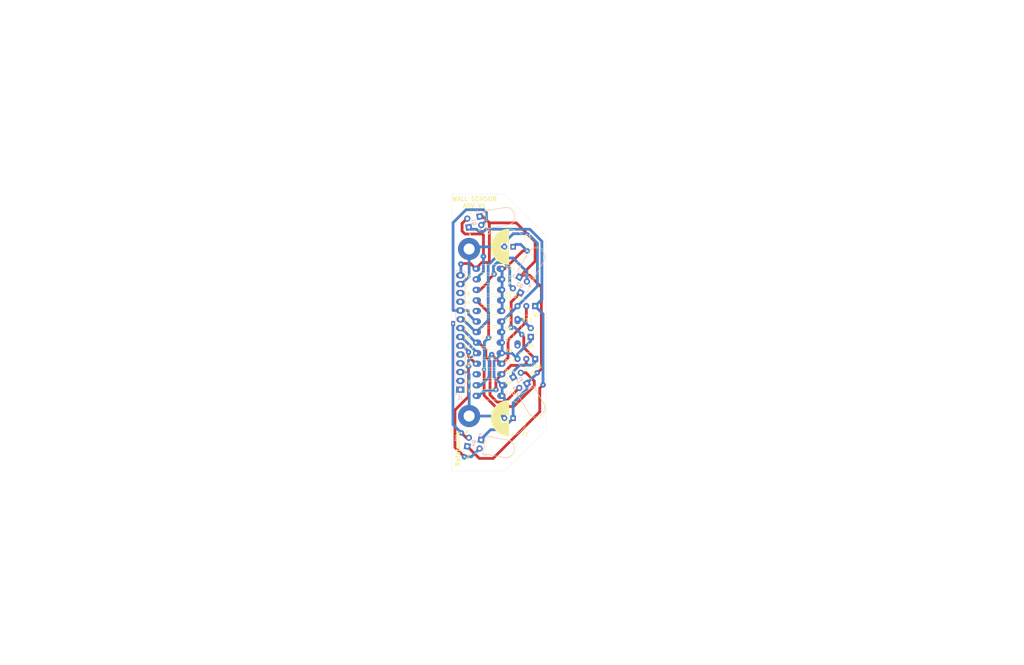
<source format=kicad_pcb>
(kicad_pcb (version 20241229) (generator "pcbnew") (generator_version "9.0")
  (layers (0 "F.Cu" signal) (2 "B.Cu" signal) (13 "F.Paste" user) (15 "B.Paste" user) (5 "F.SilkS" user "F.Silkscreen") (7 "B.SilkS" user "B.Silkscreen") (1 "F.Mask" user) (3 "B.Mask" user) (25 "Edge.Cuts" user))
  (net 0 "")
  (net 1 "/FWD_COMMON")
  (net 2 "Net-(D1-A)")
  (net 3 "GND")
  (net 4 "Net-(D2-A)")
  (net 5 "Net-(D3-A)")
  (net 6 "Net-(D4-A)")
  (net 7 "Net-(D5-A)")
  (net 10 "V_LED")
  (net 11 "A3_LF")
  (net 12 "A2_LD")
  (net 13 "A1_RD")
  (net 14 "A0_RF")
  (net 15 "D6_LED")
  (net 16 "D11_FRONT")
  (net 17 "D12_DIAGONAL")
  (net 18 "5V")
  (net 21 "Net-(Q5-B)")
  (net 22 "/DIA_COMMON")
  (net 23 "Net-(Q6-B)")
  (footprint "MountingHole:MountingHole_3.2mm_M3_Pad" (layer "F.Cu") (at 144.37 129.13)
    (property "Reference" "H2" (hide yes))
    (property "Value" "3.2mm")
    (pad "1" thru_hole circle (at 0 0) (size 6.4 6.4) (drill 3.2) (layers "*.Cu" "*.Mask") (net 3 "GND"))
  )
  (footprint "ukmarsbot:LED_D5.0mm_Horizontal_O6.35mm_Z3.0mm" (layer "F.Cu") (at 159.2 93.5 150)
    (property "Reference" "D2" (at 0.38923 -1.725833 150) (layer "F.SilkS"))
    (property "Value" "SFH4545")
    (fp_text user "k" (at -1.691858 1.669615 330) (layer "F.SilkS"))
    (fp_text user "a" (at 4.134679 0.961474 330) (layer "F.SilkS"))
    (pad "1" thru_hole rect (at 0 0 150) (size 1.8 1.8) (drill 0.9) (layers "*.Cu" "*.Mask") (net 22 "/DIA_COMMON"))
    (pad "2" thru_hole circle (at 2.54 0 150) (size 1.8 1.8) (drill 0.9) (layers "*.Cu" "*.Mask") (net 4 "Net-(D2-A)"))
  )
  (footprint "ukmarsbot:LED_D5.0mm_Horizontal_O6.35mm_Z3.0mm" (layer "F.Cu") (at 144.277127 74.6 100)
    (property "Reference" "D1" (at -2.496749 5.844102 190) (layer "F.SilkS"))
    (property "Value" "SFH4545")
    (fp_text user "k" (at -1.984163 0.01163 10) (layer "F.SilkS"))
    (fp_text user "a" (at 4.270951 1.105308 10) (layer "F.SilkS"))
    (pad "1" thru_hole rect (at 0 0 100) (size 1.8 1.8) (drill 0.9) (layers "*.Cu" "*.Mask") (net 1 "/FWD_COMMON"))
    (pad "2" thru_hole circle (at 2.54 0 100) (size 1.8 1.8) (drill 0.9) (layers "*.Cu" "*.Mask") (net 2 "Net-(D1-A)"))
  )
  (footprint "LED_THT:LED_D3.0mm" (layer "F.Cu") (at 162.15 106.275 90)
    (property "Reference" "D5" (at -2.535 0 0) (layer "F.SilkS"))
    (property "Value" "LED")
    (pad "1" thru_hole rect (at 0 0 90) (size 1.8 1.8) (drill 0.9) (layers "*.Cu" "*.Mask") (net 3 "GND"))
    (pad "2" thru_hole circle (at 2.54 0 90) (size 1.8 1.8) (drill 0.9) (layers "*.Cu" "*.Mask") (net 7 "Net-(D5-A)"))
  )
  (footprint "ukmarsbot:R_Axial_DIN0207_L6.3mm_D2.5mm_P7.62mm_BIGPAD" (layer "F.Cu") (at 146.275 92.681)
    (property "Reference" "R2" (at 9.425 1.019 0) (layer "F.SilkS"))
    (property "Value" "10R")
    (pad "1" thru_hole oval (at 0 0) (size 2.4 1.8) (drill 0.8 (offset 0.3 0)) (layers "*.Cu" "*.Mask") (net 4 "Net-(D2-A)"))
    (pad "2" thru_hole oval (at 7.62 0) (size 2.4 1.8) (drill 0.8 (offset -0.3 0)) (layers "*.Cu" "*.Mask") (net 10 "V_LED"))
  )
  (footprint "ukmarsbot:TO-92_Inline_Wide_HandSolder" (layer "F.Cu") (at 163.42 112.62 180)
    (property "Reference" "Q6" (at -0.88 -2.18 180) (layer "F.SilkS"))
    (property "Value" "BC337")
    (pad "1" thru_hole rect (at 0 0 180) (size 1.8 1.8) (drill 0.8) (layers "*.Cu" "*.Mask") (net 22 "/DIA_COMMON"))
    (pad "2" thru_hole circle (at 2.54 0 180) (size 1.8 1.8) (drill 0.8) (layers "*.Cu" "*.Mask") (net 23 "Net-(Q6-B)"))
    (pad "3" thru_hole circle (at 5.08 0 180) (size 1.8 1.8) (drill 0.8) (layers "*.Cu" "*.Mask") (net 3 "GND"))
  )
  (footprint "Capacitor_THT:CP_Radial_D10.0mm_P2.50mm" (layer "F.Cu") (at 157.07 80.235 180)
    (property "Reference" "C1" (at -4.318 3.048 180) (layer "F.SilkS"))
    (property "Value" "330uF, 16V")
    (pad "1" thru_hole rect (at 0 0 180) (size 1.6 1.6) (drill 0.8) (layers "*.Cu" "*.Mask") (net 10 "V_LED"))
    (pad "2" thru_hole circle (at 2.5 0 180) (size 1.6 1.6) (drill 0.8) (layers "*.Cu" "*.Mask") (net 3 "GND"))
  )
  (footprint "ukmarsbot:LED_D5.0mm_Horizontal_O6.35mm_Z3.0mm" (layer "F.Cu") (at 157.1 117.9 30)
    (property "Reference" "D3" (at 5.294369 1.945884 210) (layer "F.SilkS"))
    (property "Value" "SFH4545")
    (fp_text user "a" (at 4.131089 -0.155256 30) (layer "F.SilkS"))
    (fp_text user "k" (at -1.485641 -0.626795 30) (layer "F.SilkS"))
    (pad "1" thru_hole rect (at 0 0 30) (size 1.8 1.8) (drill 0.9) (layers "*.Cu" "*.Mask") (net 22 "/DIA_COMMON"))
    (pad "2" thru_hole circle (at 2.54 0 30) (size 1.8 1.8) (drill 0.9) (layers "*.Cu" "*.Mask") (net 5 "Net-(D3-A)"))
  )
  (footprint "ukmarsbot:R_Axial_DIN0207_L6.3mm_D2.5mm_P7.62mm_BIGPAD" (layer "F.Cu") (at 146.275 89.633)
    (property "Reference" "R1" (at 9.425 -0.633 0) (layer "F.SilkS"))
    (property "Value" "10R")
    (pad "1" thru_hole oval (at 0 0) (size 2.4 1.8) (drill 0.8 (offset 0.3 0)) (layers "*.Cu" "*.Mask") (net 2 "Net-(D1-A)"))
    (pad "2" thru_hole oval (at 7.62 0) (size 2.4 1.8) (drill 0.8 (offset -0.3 0)) (layers "*.Cu" "*.Mask") (net 10 "V_LED"))
  )
  (footprint "ukmarsbot:LED_D5.0mm_Horizontal_O6.35mm_Z3.0mm" (layer "F.Cu") (at 143.834325 137.9 80)
    (property "Reference" "D4" (at -2.820817 0.783407 80) (layer "F.SilkS"))
    (property "Value" "SFH4545")
    (fp_text user "k" (at -1.796492 -0.720996 350) (layer "F.SilkS"))
    (fp_text user "a" (at 4.383322 -0.778991 350) (layer "F.SilkS"))
    (pad "1" thru_hole rect (at 0 0 80) (size 1.8 1.8) (drill 0.9) (layers "*.Cu" "*.Mask") (net 1 "/FWD_COMMON"))
    (pad "2" thru_hole circle (at 2.54 0 80) (size 1.8 1.8) (drill 0.9) (layers "*.Cu" "*.Mask") (net 6 "Net-(D4-A)"))
  )
  (footprint "ukmarsbot:R_Axial_DIN0207_L6.3mm_D2.5mm_P7.62mm_BIGPAD" (layer "F.Cu") (at 146.285 95.729)
    (property "Reference" "R3" (at 9.415 -0.629 0) (layer "F.SilkS"))
    (property "Value" "10R")
    (pad "1" thru_hole oval (at 0 0) (size 2.4 1.8) (drill 0.8 (offset 0.3 0)) (layers "*.Cu" "*.Mask") (net 5 "Net-(D3-A)"))
    (pad "2" thru_hole oval (at 7.62 0) (size 2.4 1.8) (drill 0.8 (offset -0.3 0)) (layers "*.Cu" "*.Mask") (net 10 "V_LED"))
  )
  (footprint "ukmarsbot:R_Axial_DIN0207_L6.3mm_D2.5mm_P7.62mm_BIGPAD" (layer "F.Cu") (at 146.275 107.921)
    (property "Reference" "R7" (at 9.425 -0.621 0) (layer "F.SilkS"))
    (property "Value" "1k8")
    (pad "1" thru_hole oval (at 0 0) (size 2.4 1.8) (drill 0.7 (offset 0.4 0)) (layers "*.Cu" "*.Mask") (net 13 "A1_RD"))
    (pad "2" thru_hole oval (at 7.62 0) (size 2.4 1.8) (drill 0.8 (offset -0.4 0)) (layers "*.Cu" "*.Mask") (net 3 "GND"))
  )
  (footprint "ukmarsbot:R_Axial_DIN0207_L6.3mm_D2.5mm_P7.62mm_BIGPAD" (layer "F.Cu") (at 146.275 101.825)
    (property "Reference" "R5" (at 9.325 -0.625 0) (layer "F.SilkS"))
    (property "Value" "1k8")
    (pad "1" thru_hole oval (at 0 0) (size 2.4 1.8) (drill 0.8 (offset 0.3 0)) (layers "*.Cu" "*.Mask") (net 11 "A3_LF"))
    (pad "2" thru_hole oval (at 7.62 0) (size 2.4 1.8) (drill 0.8 (offset -0.3 0)) (layers "*.Cu" "*.Mask") (net 3 "GND"))
  )
  (footprint "ukmarsbot:R_Axial_DIN0207_L6.3mm_D2.5mm_P7.62mm_BIGPAD" (layer "F.Cu") (at 146.275 110.969)
    (property "Reference" "R8" (at 9.525 -0.669 0) (layer "F.SilkS"))
    (property "Value" "1k8")
    (pad "1" thru_hole oval (at 0 0) (size 2.4 1.8) (drill 0.8 (offset 0.4 0)) (layers "*.Cu" "*.Mask") (net 14 "A0_RF"))
    (pad "2" thru_hole oval (at 7.62 0) (size 2.4 1.8) (drill 0.8 (offset -0.4 0)) (layers "*.Cu" "*.Mask") (net 3 "GND"))
  )
  (footprint "ukmarsbot:R_Axial_DIN0207_L6.3mm_D2.5mm_P7.62mm_BIGPAD" (layer "F.Cu") (at 146.275 123.288)
    (property "Reference" "R10" (at 9.925 -0.688 0) (layer "F.SilkS"))
    (property "Value" "100k")
    (pad "1" thru_hole oval (at 0 0) (size 2.4 1.8) (drill 0.8 (offset 0.3 0)) (layers "*.Cu" "*.Mask") (net 23 "Net-(Q6-B)"))
    (pad "2" thru_hole oval (at 7.62 0) (size 2.4 1.8) (drill 0.8 (offset -0.2 0)) (layers "*.Cu" "*.Mask") (net 3 "GND"))
  )
  (footprint "ukmarsbot:R_Axial_DIN0207_L6.3mm_D2.5mm_P7.62mm_BIGPAD" (layer "F.Cu") (at 146.275 104.873)
    (property "Reference" "R6" (at 9.325 -0.973 0) (layer "F.SilkS"))
    (property "Value" "1k8")
    (pad "1" thru_hole oval (at 0 0) (size 2.4 1.8) (drill 0.8 (offset 0.3 0)) (layers "*.Cu" "*.Mask") (net 12 "A2_LD"))
    (pad "2" thru_hole oval (at 7.62 0) (size 2.4 1.8) (drill 0.8 (offset -0.3 0)) (layers "*.Cu" "*.Mask") (net 3 "GND"))
  )
  (footprint "ukmarsbot:TO-92_Inline_Wide_HandSolder" (layer "F.Cu") (at 163.42 97.38 180)
    (property "Reference" "Q5" (at -0.28 -2.52 180) (layer "F.SilkS"))
    (property "Value" "BC337")
    (pad "1" thru_hole rect (at 0 0 180) (size 1.8 1.8) (drill 0.8) (layers "*.Cu" "*.Mask") (net 1 "/FWD_COMMON"))
    (pad "2" thru_hole circle (at 2.54 0 180) (size 1.8 1.8) (drill 0.8) (layers "*.Cu" "*.Mask") (net 21 "Net-(Q5-B)"))
    (pad "3" thru_hole circle (at 5.08 0 180) (size 1.8 1.8) (drill 0.8) (layers "*.Cu" "*.Mask") (net 3 "GND"))
  )
  (footprint "MountingHole:MountingHole_3.2mm_M3_Pad" (layer "F.Cu") (at 144.37 80.87)
    (property "Reference" "H1" (hide yes))
    (property "Value" "3.2mm")
    (pad "1" thru_hole circle (at 0 0) (size 6.4 6.4) (drill 3.2) (layers "*.Cu" "*.Mask") (net 3 "GND"))
  )
  (footprint "ukmarsbot:R_Axial_DIN0207_L6.3mm_D2.5mm_P7.62mm_BIGPAD" (layer "F.Cu") (at 153.885 86.585 180)
    (property "Reference" "R11" (at -2.415 0.285 180) (layer "F.SilkS"))
    (property "Value" "33")
    (pad "1" thru_hole oval (at 0 0 180) (size 2.4 1.8) (drill 0.8 (offset 0.4 0)) (layers "*.Cu" "*.Mask") (net 10 "V_LED"))
    (pad "2" thru_hole oval (at 7.62 0 180) (size 2.2 1.8) (drill 0.8 (offset -0.2 0)) (layers "*.Cu" "*.Mask") (net 18 "5V"))
  )
  (footprint "ukmarsbot:R_Axial_DIN0207_L6.3mm_D2.5mm_P7.62mm_BIGPAD" (layer "F.Cu") (at 146.275 98.777)
    (property "Reference" "R4" (at 9.425 -0.677 0) (layer "F.SilkS"))
    (property "Value" "10R")
    (pad "1" thru_hole oval (at 0 0) (size 2.4 1.8) (drill 0.8 (offset 0.3 0)) (layers "*.Cu" "*.Mask") (net 6 "Net-(D4-A)"))
    (pad "2" thru_hole oval (at 7.62 0) (size 2.4 1.8) (drill 0.8 (offset -0.3 0)) (layers "*.Cu" "*.Mask") (net 10 "V_LED"))
  )
  (footprint "ukmarsbot:R_Axial_DIN0207_L6.3mm_D2.5mm_P7.62mm_BIGPAD" (layer "F.Cu") (at 158.34 101.2 -90)
    (property "Reference" "R12" (at 0.2 -2.76 0) (layer "F.SilkS"))
    (property "Value" "1k0")
    (pad "1" thru_hole oval (at 0 0 270) (size 2.4 1.8) (drill 0.8 (offset 0.2 0)) (layers "*.Cu" "*.Mask") (net 7 "Net-(D5-A)"))
    (pad "2" thru_hole oval (at 7.62 0 270) (size 2.4 1.8) (drill 0.8 (offset -0.4 0)) (layers "*.Cu" "*.Mask") (net 15 "D6_LED"))
  )
  (footprint "ukmarsbot:R_Axial_DIN0207_L6.3mm_D2.5mm_P7.62mm_BIGPAD" (layer "F.Cu") (at 146.275 120.24)
    (property "Reference" "R9" (at 9.425 -0.64 0) (layer "F.SilkS"))
    (property "Value" "100k")
    (pad "1" thru_hole oval (at 0 0) (size 2.4 1.8) (drill 0.8 (offset 0.3 0)) (layers "*.Cu" "*.Mask") (net 21 "Net-(Q5-B)"))
    (pad "2" thru_hole oval (at 7.62 0) (size 2.4 1.8) (drill 0.8 (offset 0.3 0)) (layers "*.Cu" "*.Mask") (net 3 "GND"))
  )
  (footprint "ukmarsbot:R_Axial_DIN0207_L6.3mm_D2.5mm_P7.62mm_BIGPAD" (layer "F.Cu") (at 146.275 114.017)
    (property "Reference" "R13" (at 9.825 -0.617 0) (layer "F.SilkS"))
    (property "Value" "390R")
    (pad "1" thru_hole oval (at 0 0) (size 2.4 1.8) (drill 0.8 (offset 0.35 0)) (layers "*.Cu" "*.Mask") (net 16 "D11_FRONT"))
    (pad "2" thru_hole oval (at 7.62 0) (size 2.4 1.8) (drill 0.8 (offset -0.25 0)) (layers "*.Cu" "*.Mask") (net 21 "Net-(Q5-B)"))
  )
  (footprint "ukmarsbot:R_Axial_DIN0207_L6.3mm_D2.5mm_P7.62mm_BIGPAD" (layer "F.Cu") (at 146.275 117.065)
    (property "Reference" "R14" (at 9.825 -0.865 0) (layer "F.SilkS"))
    (property "Value" "390R")
    (pad "1" thru_hole oval (at 0 0) (size 2.4 1.8) (drill 0.8 (offset 0.3 0)) (layers "*.Cu" "*.Mask") (net 17 "D12_DIAGONAL"))
    (pad "2" thru_hole oval (at 7.62 0) (size 2.4 1.8) (drill 0.8 (offset -0.25 0)) (layers "*.Cu" "*.Mask") (net 23 "Net-(Q6-B)"))
  )
  (footprint "ukmarsbot:mainboard_with_maze" (layer "F.Cu") (at 105 105)
    (property "Reference" "REF**" (hide yes))
    (property "Value" "UKMARSBOT")
  )
  (footprint "Capacitor_THT:CP_Radial_D10.0mm_P2.50mm" (layer "F.Cu") (at 157.07 129.765 180)
    (property "Reference" "C2" (at -3.429 -4.699 180) (layer "F.SilkS"))
    (property "Value" "330uF, 16V")
    (pad "1" thru_hole rect (at 0 0 180) (size 1.6 1.6) (drill 0.8) (layers "*.Cu" "*.Mask") (net 18 "5V"))
    (pad "2" thru_hole circle (at 2.5 0 180) (size 1.6 1.6) (drill 0.8) (layers "*.Cu" "*.Mask") (net 3 "GND"))
  )
  (footprint "ukmarsbot:LED_D5.0mm_Horizontal_O1.27mm_Z3.0mm_IRGrey" (layer "B.Cu") (at 147.825391 136.026588 -100)
    (property "Reference" "Q4" (at 1.27 1.96 80) (layer "B.SilkS") (effects (justify mirror)))
    (property "Value" "TEFT4300")
    (fp_text user "c" (at -1.500002 0.6 80) (layer "B.SilkS") (effects (justify mirror)))
    (fp_text user "e" (at 3.9 0.7 80) (layer "B.SilkS") (effects (justify mirror)))
    (pad "1" thru_hole rect (at 0 0 260) (size 1.8 1.8) (drill 0.9) (layers "*.Cu" "*.Mask") (net 18 "5V"))
    (pad "2" thru_hole circle (at 2.54 0 260) (size 1.8 1.8) (drill 0.9) (layers "*.Cu" "*.Mask") (net 14 "A0_RF"))
  )
  (footprint "ukmarsbot:LED_D5.0mm_Horizontal_O1.27mm_Z3.0mm_IRGrey" (layer "B.Cu") (at 158.848 88.998 -30)
    (property "Reference" "Q2" (at 1.27 1.96 150) (layer "B.SilkS") (effects (justify mirror)))
    (property "Value" "TEFT4300")
    (fp_text user "c" (at -1.5 0.6 150) (layer "B.SilkS") (effects (justify mirror)))
    (fp_text user "e" (at 3.9 0.7 150) (layer "B.SilkS") (effects (justify mirror)))
    (pad "1" thru_hole rect (at 0 0 330) (size 1.8 1.8) (drill 0.9) (layers "*.Cu" "*.Mask") (net 18 "5V"))
    (pad "2" thru_hole circle (at 2.54 0 330) (size 1.8 1.8) (drill 0.9) (layers "*.Cu" "*.Mask") (net 12 "A2_LD"))
  )
  (footprint "ukmarsbot:LED_D5.0mm_Horizontal_O1.27mm_Z3.0mm_IRGrey" (layer "B.Cu") (at 147.427127 71.472 -80)
    (property "Reference" "Q1" (at 1.27 1.96 100) (layer "B.SilkS") (effects (justify mirror)))
    (property "Value" "TEFT4300")
    (fp_text user "e" (at 3.9 0.7 100) (layer "B.SilkS") (effects (justify mirror)))
    (fp_text user "c" (at -1.5 0.6 100) (layer "B.SilkS") (effects (justify mirror)))
    (pad "1" thru_hole rect (at 0 0 280) (size 1.8 1.8) (drill 0.9) (layers "*.Cu" "*.Mask") (net 18 "5V"))
    (pad "2" thru_hole circle (at 2.54 0 280) (size 1.8 1.8) (drill 0.9) (layers "*.Cu" "*.Mask") (net 11 "A3_LF"))
  )
  (footprint "ukmarsbot:LED_D5.0mm_Horizontal_O1.27mm_Z3.0mm_IRGrey" (layer "B.Cu") (at 161.047705 119.732 -150)
    (property "Reference" "Q3" (at 1.27 1.96 30) (layer "B.SilkS") (effects (justify mirror)))
    (property "Value" "TEFT4300")
    (fp_text user "c" (at -1.5 0.6 30) (layer "B.SilkS") (effects (justify mirror)))
    (fp_text user "e" (at 3.9 0.7 30) (layer "B.SilkS") (effects (justify mirror)))
    (pad "1" thru_hole rect (at 0 0 210) (size 1.8 1.8) (drill 0.9) (layers "*.Cu" "*.Mask") (net 18 "5V"))
    (pad "2" thru_hole circle (at 2.54 0 210) (size 1.8 1.8) (drill 0.9) (layers "*.Cu" "*.Mask") (net 13 "A1_RD"))
  )
  (footprint "ukmarsbot:PinHeader_1x14_P2.54mm_Vertical_Longpads" (layer "B.Cu") (at 141.83 121.51)
    (property "Reference" "J1" (at 0 2.33 180) (layer "B.SilkS") (effects (justify mirror)))
    (property "Value" "Conn_01x14")
    (pad "1" thru_hole rect (at 0 0) (size 2.4 1.8) (drill 1) (layers "*.Cu" "*.Mask"))
    (pad "2" thru_hole oval (at 0 -2.54) (size 2.4 1.8) (drill 1) (layers "*.Cu" "*.Mask"))
    (pad "3" thru_hole oval (at 0 -5.08) (size 2.4 1.8) (drill 1) (layers "*.Cu" "*.Mask") (net 3 "GND"))
    (pad "4" thru_hole oval (at 0 -7.62) (size 2.4 1.8) (drill 1) (layers "*.Cu" "*.Mask") (net 15 "D6_LED"))
    (pad "5" thru_hole oval (at 0 -10.16) (size 2.4 1.8) (drill 1) (layers "*.Cu" "*.Mask") (net 17 "D12_DIAGONAL"))
    (pad "6" thru_hole oval (at 0 -12.7) (size 2.4 1.8) (drill 1) (layers "*.Cu" "*.Mask") (net 16 "D11_FRONT"))
    (pad "7" thru_hole oval (at 0 -15.24) (size 2.4 1.8) (drill 1) (layers "*.Cu" "*.Mask") (net 14 "A0_RF"))
    (pad "8" thru_hole oval (at 0 -17.78) (size 2.4 1.8) (drill 1) (layers "*.Cu" "*.Mask") (net 13 "A1_RD"))
    (pad "9" thru_hole oval (at 0 -20.32) (size 2.4 1.8) (drill 1 (offset 0.1 0)) (layers "*.Cu" "*.Mask") (net 12 "A2_LD"))
    (pad "10" thru_hole oval (at 0 -22.86) (size 2.4 1.8) (drill 1) (layers "*.Cu" "*.Mask") (net 11 "A3_LF"))
    (pad "11" thru_hole oval (at 0 -25.4) (size 2.4 1.8) (drill 1) (layers "*.Cu" "*.Mask"))
    (pad "12" thru_hole oval (at 0 -27.94) (size 2.4 1.8) (drill 1) (layers "*.Cu" "*.Mask"))
    (pad "13" thru_hole oval (at 0 -30.48) (size 2.4 1.8) (drill 1) (layers "*.Cu" "*.Mask") (net 3 "GND"))
    (pad "14" thru_hole oval (at 0 -33.02) (size 2.4 1.8) (drill 1) (layers "*.Cu" "*.Mask") (net 18 "5V"))
  )
  (gr_rect (start 139.29 101.79) (end 140.17 103.07) (stroke (width 0.2)) (fill yes) (layer "F.Cu") (net 6))
  (gr_rect (start 139.31 101.8) (end 140.16 103.05) (stroke (width 0.2)) (fill yes) (layer "B.Cu") (net 6))
  (gr_line (start 139.29 145.005) (end 139.29 64.995) (stroke (width 0.05)) (layer "Edge.Cuts"))
  (gr_line (start 166.595 132.305) (end 166.595 132.94) (stroke (width 0.05)) (layer "Edge.Cuts"))
  (gr_line (start 166.595 132.94) (end 154.53 145.005) (stroke (width 0.05)) (layer "Edge.Cuts"))
  (gr_line (start 154.53 145.005) (end 139.29 145.005) (stroke (width 0.05)) (layer "Edge.Cuts"))
  (gr_line (start 166.595 77.06) (end 166.595 132.305) (stroke (width 0.05)) (layer "Edge.Cuts"))
  (gr_line (start 154.53 64.995) (end 166.595 77.06) (stroke (width 0.05)) (layer "Edge.Cuts"))
  (gr_line (start 139.29 64.995) (end 154.53 64.995) (stroke (width 0.05)) (layer "Edge.Cuts"))
  (gr_text "G" (at 142.846 91.284 0) (layer "F.SilkS") (effects (font (size 1 1)) (justify left)))
  (gr_text "5V" (at 142.846 88.744 0) (layer "F.SilkS") (effects (font (size 1 1)) (justify left)))
  (gr_text "3V" (at 142.846 121.764 0) (layer "F.SilkS") (effects (font (size 1 1)) (justify left)))
  (gr_text "WALL SENSOR\nADV V1" (at 145.894 67.408 0) (layer "F.SilkS") (effects (font (size 1.25 1.25) (thickness 0.254))))
  (gr_text "A1" (at 142.846 103.984 0) (layer "F.SilkS") (effects (font (size 1 1)) (justify left)))
  (gr_text "Ratatouille " (at 141.068 138.02 90) (layer "F.SilkS") (effects (font (size 1.25 1.25) (thickness 0.254))))
  (gr_text "D11" (at 142.846 109.064 0) (layer "F.SilkS") (effects (font (size 1 1)) (justify left)))
  (gr_text "D6" (at 142.846 114.144 0) (layer "F.SilkS") (effects (font (size 1 1)) (justify left)))
  (gr_text "A3" (at 142.846 98.904 0) (layer "F.SilkS") (effects (font (size 1 1)) (justify left)))
  (gr_text "A2" (at 142.846 101.444 0) (layer "F.SilkS") (effects (font (size 1 1)) (justify left)))
  (gr_text "G" (at 142.846 116.684 0) (layer "F.SilkS") (effects (font (size 1 1)) (justify left)))
  (gr_text "5V" (at 142.846 119.224 0) (layer "F.SilkS") (effects (font (size 1 1)) (justify left)))
  (gr_text "A0" (at 142.846 106.524 0) (layer "F.SilkS") (effects (font (size 1 1)) (justify left)))
  (gr_text "A5" (at 142.846 93.824 0) (layer "F.SilkS") (effects (font (size 1 1)) (justify left)))
  (gr_text "A4" (at 142.846 96.364 0) (layer "F.SilkS") (effects (font (size 1 1)) (justify left)))
  (gr_text "D12" (at 142.846 112.112 0) (layer "F.SilkS") (effects (font (size 1 1)) (justify left)))
  (segment (start 164.75 121.09) (end 164.75 127.91) (width 0.8) (layer "F.Cu") (net 1))
  (segment (start 164.75 127.91) (end 151.29 141.37) (width 0.8) (layer "F.Cu") (net 1))
  (segment (start 147.304325 141.37) (end 143.834325 137.9) (width 0.8) (layer "F.Cu") (net 1))
  (segment (start 151.29 141.37) (end 147.304325 141.37) (width 0.8) (layer "F.Cu") (net 1))
  (segment (start 165.71 120.13) (end 164.75 121.09) (width 0.8) (layer "F.Cu") (net 1))
  (via (at 165.71 120.13) (size 1.6) (drill 0.5) (layers "F.Cu" "B.Cu") (net 1))
  (segment (start 146.507782 75.16) (end 147.122194 75.774412) (width 0.8) (layer "B.Cu") (net 1))
  (segment (start 165.694 99.654) (end 163.42 97.38) (width 0.8) (layer "B.Cu") (net 1))
  (segment (start 161.88 75.16) (end 165.37 78.65) (width 0.8) (layer "B.Cu") (net 1))
  (segment (start 165.37 78.65) (end 165.37 95.43) (width 0.8) (layer "B.Cu") (net 1))
  (segment (start 149.228604 75.16) (end 161.88 75.16) (width 0.8) (layer "B.Cu") (net 1))
  (segment (start 144.837127 75.16) (end 146.507782 75.16) (width 0.8) (layer "B.Cu") (net 1))
  (segment (start 165.71 120.13) (end 165.71 118.352) (width 0.8) (layer "B.Cu") (net 1))
  (segment (start 165.694 118.336) (end 165.694 99.654) (width 0.8) (layer "B.Cu") (net 1))
  (segment (start 144.277127 74.6) (end 144.837127 75.16) (width 0.8) (layer "B.Cu") (net 1))
  (segment (start 148.614192 75.774412) (end 149.228604 75.16) (width 0.8) (layer "B.Cu") (net 1))
  (segment (start 147.122194 75.774412) (end 148.614192 75.774412) (width 0.8) (layer "B.Cu") (net 1))
  (segment (start 165.37 95.43) (end 163.42 97.38) (width 0.8) (layer "B.Cu") (net 1))
  (segment (start 165.71 118.352) (end 165.694 118.336) (width 0.8) (layer "B.Cu") (net 1))
  (segment (start 143.836061 72.098588) (end 143.731677 72.098588) (width 0.8) (layer "F.Cu") (net 2))
  (segment (start 148.5 76.866911) (end 148.5 83) (width 0.8) (layer "F.Cu") (net 2))
  (segment (start 142.333517 73.496748) (end 142.333517 75.703252) (width 0.8) (layer "F.Cu") (net 2))
  (segment (start 143.731677 72.098588) (end 142.333517 73.496748) (width 0.8) (layer "F.Cu") (net 2))
  (segment (start 142.333517 75.703252) (end 143.173875 76.54361) (width 0.8) (layer "F.Cu") (net 2))
  (segment (start 148.176699 76.54361) (end 148.5 76.866911) (width 0.8) (layer "F.Cu") (net 2))
  (segment (start 143.173875 76.54361) (end 148.176699 76.54361) (width 0.8) (layer "F.Cu") (net 2))
  (via (at 148.5 83) (size 1.6) (drill 0.5) (layers "F.Cu" "B.Cu") (net 2))
  (segment (start 146.275 89.633) (end 148.5 87.408) (width 0.8) (layer "B.Cu") (net 2))
  (segment (start 148.5 87.408) (end 148.5 83) (width 0.8) (layer "B.Cu") (net 2))
  (segment (start 146.867 89.633) (end 146.275 89.633) (width 0.8) (layer "B.Cu") (net 2))
  (segment (start 164.069 91.644001) (end 164.069 79.188892) (width 0.8) (layer "B.Cu") (net 3))
  (segment (start 153.895 101.825) (end 158.34 97.38) (width 0.8) (layer "B.Cu") (net 3))
  (segment (start 145.005 80.235) (end 144.37 80.87) (width 0.8) (layer "B.Cu") (net 3))
  (segment (start 154.57 123.963) (end 153.895 123.288) (width 0.8) (layer "B.Cu") (net 3))
  (segment (start 142.136999 91.03) (end 141.83 91.03) (width 0.8) (layer "B.Cu") (net 3))
  (segment (start 151.544 113.271001) (end 153.846001 110.969) (width 0.8) (layer "B.Cu") (net 3))
  (segment (start 144.37 129.13) (end 153.935 129.13) (width 0.8) (layer "B.Cu") (net 3))
  (segment (start 158.34 111.266999) (end 162.15 107.456999) (width 0.8) (layer "B.Cu") (net 3))
  (segment (start 144.37 129.13) (end 144.37 116.97) (width 0.8) (layer "B.Cu") (net 3))
  (segment (start 153.895 120.24) (end 153.823001 120.24) (width 0.8) (layer "B.Cu") (net 3))
  (segment (start 153.895 107.921) (end 153.895 104.873) (width 0.8) (layer "B.Cu") (net 3))
  (segment (start 158.34 97.373001) (end 164.069 91.644001) (width 0.8) (layer "B.Cu") (net 3))
  (segment (start 156.689 110.969) (end 158.34 112.62) (width 0.8) (layer "B.Cu") (net 3))
  (segment (start 153.935 129.13) (end 154.57 129.765) (width 0.8) (layer "B.Cu") (net 3))
  (segment (start 154.57 78.991) (end 154.57 80.235) (width 0.8) (layer "B.Cu") (net 3))
  (segment (start 158.34 112.62) (end 158.34 111.266999) (width 0.8) (layer "B.Cu") (net 3))
  (segment (start 161.341108 76.461) (end 157.1 76.461) (width 0.8) (layer "B.Cu") (net 3))
  (segment (start 154.57 80.235) (end 145.005 80.235) (width 0.8) (layer "B.Cu") (net 3))
  (segment (start 153.895 120.24) (end 151.544 117.889) (width 0.8) (layer "B.Cu") (net 3))
  (segment (start 151.544 117.889) (end 151.544 113.271001) (width 0.8) (layer "B.Cu") (net 3))
  (segment (start 144.37 88.796999) (end 142.136999 91.03) (width 0.8) (layer "B.Cu") (net 3))
  (segment (start 162.15 107.456999) (end 162.15 106.275) (width 0.8) (layer "B.Cu") (net 3))
  (segment (start 144.37 116.97) (end 143.83 116.43) (width 0.8) (layer "B.Cu") (net 3))
  (segment (start 157.1 76.461) (end 154.57 78.991) (width 0.8) (layer "B.Cu") (net 3))
  (segment (start 153.895 104.873) (end 153.895 101.825) (width 0.8) (layer "B.Cu") (net 3))
  (segment (start 154.57 129.765) (end 154.57 123.963) (width 0.8) (layer "B.Cu") (net 3))
  (segment (start 144.37 80.87) (end 144.37 88.796999) (width 0.8) (layer "B.Cu") (net 3))
  (segment (start 153.895 110.969) (end 153.895 107.921) (width 0.8) (layer "B.Cu") (net 3))
  (segment (start 153.696001 110.969) (end 153.895 110.969) (width 0.8) (layer "B.Cu") (net 3))
  (segment (start 153.895 110.969) (end 156.689 110.969) (width 0.8) (layer "B.Cu") (net 3))
  (segment (start 153.895 123.288) (end 153.895 120.24) (width 0.8) (layer "B.Cu") (net 3))
  (segment (start 158.34 97.38) (end 158.34 97.373001) (width 0.8) (layer "B.Cu") (net 3))
  (segment (start 164.069 79.188892) (end 161.341108 76.461) (width 0.8) (layer "B.Cu") (net 3))
  (segment (start 143.83 116.43) (end 141.83 116.43) (width 0.8) (layer "B.Cu") (net 3))
  (segment (start 153.846001 110.969) (end 153.895 110.969) (width 0.8) (layer "B.Cu") (net 3))
  (segment (start 147.600001 92.681) (end 146.275 92.681) (width 0.8) (layer "F.Cu") (net 4))
  (segment (start 150 89.717831) (end 150 90.281001) (width 0.8) (layer "F.Cu") (net 4))
  (segment (start 151.5985 88.119331) (end 150 89.717831) (width 0.8) (layer "F.Cu") (net 4))
  (segment (start 150 90.281001) (end 147.600001 92.681) (width 0.8) (layer "F.Cu") (net 4))
  (via (at 151.5985 88.119331) (size 1.6) (drill 0.5) (layers "F.Cu" "B.Cu") (net 4))
  (segment (start 151.384 85.839001) (end 152.439001 84.784) (width 0.8) (layer "B.Cu") (net 4))
  (segment (start 151.5985 88.119331) (end 151.5985 87.545499) (width 0.8) (layer "B.Cu") (net 4))
  (segment (start 156.100295 86.353296) (end 156.100295 91.33) (width 0.8) (layer "B.Cu") (net 4))
  (segment (start 151.5985 87.545499) (end 151.384 87.330999) (width 0.8) (layer "B.Cu") (net 4))
  (segment (start 152.439001 84.784) (end 154.530999 84.784) (width 0.8) (layer "B.Cu") (net 4))
  (segment (start 154.530999 84.784) (end 156.100295 86.353296) (width 0.8) (layer "B.Cu") (net 4))
  (segment (start 151.384 87.330999) (end 151.384 85.839001) (width 0.8) (layer "B.Cu") (net 4))
  (segment (start 156.100295 91.33) (end 157.000295 92.23) (width 0.8) (layer "B.Cu") (net 4))
  (segment (start 163.178128 119.029369) (end 160.778759 116.63) (width 0.8) (layer "F.Cu") (net 5))
  (segment (start 146.285 95.729) (end 146.473999 95.729) (width 0.8) (layer "F.Cu") (net 5))
  (segment (start 157.222759 126.39) (end 163.178128 120.434631) (width 0.8) (layer "F.Cu") (net 5))
  (segment (start 151.910109 126.39) (end 157.222759 126.39) (width 0.8) (layer "F.Cu") (net 5))
  (segment (start 148.693 115.7) (end 148.693 123.172891) (width 0.8) (layer "F.Cu") (net 5))
  (segment (start 160.778759 116.63) (end 159.299705 116.63) (width 0.8) (layer "F.Cu") (net 5))
  (segment (start 148.693 123.172891) (end 151.910109 126.39) (width 0.8) (layer "F.Cu") (net 5))
  (segment (start 150 99.255001) (end 150 106.5) (width 0.8) (layer "F.Cu") (net 5))
  (segment (start 146.473999 95.729) (end 150 99.255001) (width 0.8) (layer "F.Cu") (net 5))
  (segment (start 163.178128 120.434631) (end 163.178128 119.029369) (width 0.8) (layer "F.Cu") (net 5))
  (via (at 148.65 115.7) (size 1.2) (drill 0.4) (layers "F.Cu" "B.Cu") (net 5))
  (via (at 150 106.5) (size 1.6) (drill 0.5) (layers "F.Cu" "B.Cu") (net 5))
  (segment (start 148.72 111.770999) (end 148.776 111.714999) (width 0.8) (layer "B.Cu") (net 5))
  (segment (start 148.776 107.724) (end 150 106.5) (width 0.8) (layer "B.Cu") (net 5))
  (segment (start 148.72 113.265001) (end 148.726 113.271001) (width 0.8) (layer "B.Cu") (net 5))
  (segment (start 148.776 111.714999) (end 148.776 110.223001) (width 0.8) (layer "B.Cu") (net 5))
  (segment (start 148.72 110.167001) (end 148.72 108.722999) (width 0.8) (layer "B.Cu") (net 5))
  (segment (start 148.776 110.223001) (end 148.72 110.167001) (width 0.8) (layer "B.Cu") (net 5))
  (segment (start 148.72 113.265001) (end 148.72 111.770999) (width 0.8) (layer "B.Cu") (net 5))
  (segment (start 148.726 113.271001) (end 148.726 115.667) (width 0.8) (layer "B.Cu") (net 5))
  (segment (start 148.72 108.722999) (end 148.776 108.666999) (width 0.8) (layer "B.Cu") (net 5))
  (segment (start 148.726 115.667) (end 148.693 115.7) (width 0.8) (layer "B.Cu") (net 5))
  (segment (start 148.776 108.666999) (end 148.776 107.724) (width 0.8) (layer "B.Cu") (net 5))
  (segment (start 144.275391 135.398588) (end 143.538588 135.398588) (width 0.8) (layer "F.Cu") (net 6))
  (segment (start 143.538588 135.398588) (end 142.13 133.99) (width 0.8) (layer "F.Cu") (net 6))
  (via (at 142.13 133.99) (size 1.6) (drill 0.5) (layers "F.Cu" "B.Cu") (net 6))
  (via (at 139.735 102.425) (size 1) (drill 0.5) (layers "F.Cu" "B.Cu") (net 6))
  (segment (start 142.13 133.99) (end 139.691 131.551) (width 0.8) (layer "B.Cu") (net 6))
  (segment (start 139.691 102.469) (end 139.735 102.425) (width 0.8) (layer "B.Cu") (net 6))
  (segment (start 139.691 131.551) (end 139.691 102.469) (width 0.8) (layer "B.Cu") (net 6))
  (segment (start 159.615 101.2) (end 162.15 103.735) (width 0.8) (layer "B.Cu") (net 7))
  (segment (start 158.34 101.2) (end 159.615 101.2) (width 0.8) (layer "B.Cu") (net 7))
  (segment (start 161.16 81.44) (end 159.84 81.44) (width 0.8) (layer "F.Cu") (net 10))
  (segment (start 154.695 86.585) (end 153.885 86.585) (width 0.8) (layer "F.Cu") (net 10))
  (segment (start 159.84 81.44) (end 154.695 86.585) (width 0.8) (layer "F.Cu") (net 10))
  (via (at 161.16 81.44) (size 1.6) (drill 0.5) (layers "F.Cu" "B.Cu") (net 10))
  (segment (start 157.07 80.235) (end 157.07 80.57) (width 0.8) (layer "B.Cu") (net 10))
  (segment (start 153.885 86.585) (end 153.885 89.623) (width 0.8) (layer "B.Cu") (net 10))
  (segment (start 153.885 92.671) (end 153.895 92.681) (width 0.8) (layer "B.Cu") (net 10))
  (segment (start 161.16 81.44) (end 159.28 79.56) (width 0.8) (layer "B.Cu") (net 10))
  (segment (start 157.745 79.56) (end 157.07 80.235) (width 0.8) (layer "B.Cu") (net 10))
  (segment (start 153.905 95.729) (end 153.905 98.767) (width 0.8) (layer "B.Cu") (net 10))
  (segment (start 153.895 95.719) (end 153.905 95.729) (width 0.8) (layer "B.Cu") (net 10))
  (segment (start 159.28 79.56) (end 157.745 79.56) (width 0.8) (layer "B.Cu") (net 10))
  (segment (start 153.895 92.681) (end 153.895 95.719) (width 0.8) (layer "B.Cu") (net 10))
  (segment (start 153.905 98.767) (end 153.895 98.777) (width 0.8) (layer "B.Cu") (net 10))
  (segment (start 153.885 89.623) (end 153.895 89.633) (width 0.8) (layer "B.Cu") (net 10))
  (segment (start 153.885 86.585) (end 153.885 92.671) (width 0.8) (layer "B.Cu") (net 10))
  (segment (start 144.22 99.77) (end 146.275 101.825) (width 0.8) (layer "B.Cu") (net 11))
  (segment (start 149.370737 72.575252) (end 149.370737 70.368748) (width 0.8) (layer "B.Cu") (net 11))
  (segment (start 143.47161 69.52839) (end 139.729 73.271) (width 0.8) (layer "B.Cu") (net 11))
  (segment (start 139.729 98.549) (end 139.83 98.65) (width 0.8) (layer "B.Cu") (net 11))
  (segment (start 149.370737 70.368748) (end 148.530379 69.52839) (width 0.8) (layer "B.Cu") (net 11))
  (segment (start 141.83 98.65) (end 144.22 98.65) (width 0.8) (layer "B.Cu") (net 11))
  (segment (start 139.83 98.65) (end 141.83 98.65) (width 0.8) (layer "B.Cu") (net 11))
  (segment (start 148.530379 69.52839) (end 143.47161 69.52839) (width 0.8) (layer "B.Cu") (net 11))
  (segment (start 139.729 73.271) (end 139.729 98.549) (width 0.8) (layer "B.Cu") (net 11))
  (segment (start 147.868193 73.973412) (end 147.972577 73.973412) (width 0.8) (layer "B.Cu") (net 11))
  (segment (start 147.972577 73.973412) (end 149.370737 72.575252) (width 0.8) (layer "B.Cu") (net 11))
  (segment (start 144.22 98.65) (end 144.22 99.77) (width 0.8) (layer "B.Cu") (net 11))
  (segment (start 146.473999 104.873) (end 149.867 101.479999) (width 0.8) (layer "B.Cu") (net 12))
  (segment (start 141.83 101.19) (end 142.592 101.19) (width 0.8) (layer "B.Cu") (net 12))
  (segment (start 151.900109 83.483) (end 149.867 85.516109) (width 0.8) (layer "B.Cu") (net 12))
  (segment (start 157.073 83.483) (end 151.900109 83.483) (width 0.8) (layer "B.Cu") (net 12))
  (segment (start 146.275 104.873) (end 146.473999 104.873) (width 0.8) (layer "B.Cu") (net 12))
  (segment (start 142.592 101.19) (end 146.275 104.873) (width 0.8) (layer "B.Cu") (net 12))
  (segment (start 161.047705 87.457705) (end 157.073 83.483) (width 0.8) (layer "B.Cu") (net 12))
  (segment (start 161.047705 87.457705) (end 161.047705 90.268) (width 0.8) (layer "B.Cu") (net 12))
  (segment (start 149.867 101.479999) (end 149.867 85.516109) (width 0.8) (layer "B.Cu") (net 12))
  (segment (start 146.275 107.921) (end 146.275 107.868001) (width 0.8) (layer "F.Cu") (net 13))
  (segment (start 146.275 107.921) (end 147.141 107.921) (width 0.8) (layer "F.Cu") (net 13))
  (segment (start 152.449001 125.089) (end 154.761 125.089) (width 0.8) (layer "F.Cu") (net 13))
  (segment (start 154.761 125.089) (end 158.848 121.002) (width 0.8) (layer "F.Cu") (net 13))
  (segment (start 150.4 123.039999) (end 152.449001 125.089) (width 0.8) (layer "F.Cu") (net 13))
  (segment (start 150.397779 122.214851) (end 150.4 122.217072) (width 0.8) (layer "F.Cu") (net 13))
  (segment (start 142.136999 103.73) (end 141.83 103.73) (width 0.8) (layer "F.Cu") (net 13))
  (segment (start 150.397779 120.805695) (end 150.397779 122.214851) (width 0.8) (layer "F.Cu") (net 13))
  (segment (start 149.179418 112.084996) (end 150.4 113.305578) (width 0.8) (layer "F.Cu") (net 13))
  (segment (start 149.179418 109.959418) (end 149.179418 112.084996) (width 0.8) (layer "F.Cu") (net 13))
  (segment (start 150.4 122.217072) (end 150.4 123.039999) (width 0.8) (layer "F.Cu") (net 13))
  (segment (start 147.141 107.921) (end 149.179418 109.959418) (width 0.8) (layer "F.Cu") (net 13))
  (segment (start 150.4 113.305578) (end 150.4 120.803474) (width 0.8) (layer "F.Cu") (net 13))
  (segment (start 150.4 120.803474) (end 150.397779 120.805695) (width 0.8) (layer "F.Cu") (net 13))
  (segment (start 142.136999 103.73) (end 146.275 107.868001) (width 0.8) (layer "B.Cu") (net 13))
  (segment (start 141.83 103.73) (end 142.136999 103.73) (width 0.8) (layer "B.Cu") (net 13))
  (segment (start 146.275 107.868001) (end 146.275 107.921) (width 0.8) (layer "B.Cu") (net 13))
  (segment (start 140.269 137.381537) (end 140.269 138.169) (width 0.8) (layer "F.Cu") (net 14))
  (segment (start 140.269 138.169) (end 143 140.9) (width 0.8) (layer "F.Cu") (net 14))
  (segment (start 140.269 137.381537) (end 140.269 127.43131) (width 0.8) (layer "F.Cu") (net 14))
  (segment (start 140.269 127.43131) (end 144.185497 123.514813) (width 0.8) (layer "F.Cu") (net 14))
  (segment (start 141.83 106.27) (end 142.136999 106.27) (width 0.8) (layer "F.Cu") (net 14))
  (segment (start 144.185497 123.514813) (end 144.185497 114.767585) (width 0.8) (layer "F.Cu") (net 14))
  (via (at 143 140.9) (size 1.6) (drill 0.5) (layers "F.Cu" "B.Cu") (net 14))
  (via (at 144.185497 114.767585) (size 1.6) (drill 0.5) (layers "F.Cu" "B.Cu") (net 14))
  (segment (start 143 140.9) (end 145.012325 140.9) (width 0.8) (layer "B.Cu") (net 14))
  (segment (start 141.83 106.27) (end 142.14 106.27) (width 0.8) (layer "B.Cu") (net 14))
  (segment (start 145.012325 140.9) (end 147.384325 138.528) (width 0.8) (layer "B.Cu") (net 14))
  (segment (start 144.185497 114.767585) (end 144.185497 113.058503) (width 0.8) (layer "B.Cu") (net 14))
  (segment (start 142.136999 106.27) (end 141.83 106.27) (width 0.8) (layer "B.Cu") (net 14))
  (segment (start 146.275 110.969) (end 146.275 110.408001) (width 0.8) (layer "B.Cu") (net 14))
  (segment (start 144.185497 113.058503) (end 146.275 110.969) (width 0.8) (layer "B.Cu") (net 14))
  (segment (start 146.275 110.408001) (end 142.136999 106.27) (width 0.8) (layer "B.Cu") (net 14))
  (segment (start 144.202839 111.944839) (end 146.275 114.017) (width 0.8) (layer "F.Cu") (net 16))
  (segment (start 144.202839 110.68) (end 144.202839 111.944839) (width 0.8) (layer "F.Cu") (net 16))
  (segment (start 141.83 108.81) (end 142.136999 108.81) (width 0.8) (layer "F.Cu") (net 16))
  (via (at 144.202839 110.68) (size 1.5) (drill 0.5) (layers "F.Cu" "B.Cu") (net 16))
  (segment (start 144.202839 110.68) (end 144.197161 110.674322) (width 0.8) (layer "B.Cu") (net 16))
  (segment (start 144.197161 110.674322) (end 144.197161 110.457161) (width 0.8) (layer "B.Cu") (net 16))
  (segment (start 144.197161 110.457161) (end 142.55 108.81) (width 0.8) (layer "B.Cu") (net 16))
  (segment (start 142.55 108.81) (end 141.83 108.81) (width 0.8) (layer "B.Cu") (net 16))
  (segment (start 147.427127 71.472) (end 148.341011 71.472) (width 0.8) (layer "F.Cu") (net 18))
  (segment (start 165.221 115.558705) (end 165.221 91.894296) (width 0.8) (layer "F.Cu") (net 18))
  (segment (start 159.379 88.467) (end 158.848 88.998) (width 0.8) (layer "F.Cu") (net 18))
  (segment (start 163.42 84.426) (end 163.42 78.77) (width 0.8) (layer "F.Cu") (net 18))
  (segment (start 148.066 84.784) (end 150 84.784) (width 0.8) (layer "F.Cu") (net 18))
  (segment (start 146.265 86.585) (end 144.75 85.07) (width 0.8) (layer "F.Cu") (net 18))
  (segment (start 163.994 116.65) (end 164.11 116.65) (width 0.8) (layer "F.Cu") (net 18))
  (segment (start 164.11 116.65) (end 165.201295 115.558705) (width 0.8) (layer "F.Cu") (net 18))
  (segment (start 146.265 86.585) (end 148.066 84.784) (width 0.8) (layer "F.Cu") (net 18))
  (segment (start 144.75 85.07) (end 144.73 85.07) (width 0.8) (layer "F.Cu") (net 18))
  (segment (start 142.15 85.07) (end 141.99 85.23) (width 0.8) (layer "F.Cu") (net 18))
  (segment (start 158.848 88.998) (end 163.42 84.426) (width 0.8) (layer "F.Cu") (net 18))
  (segment (start 163.42 78.77) (end 157.981989 73.331989) (width 0.8) (layer "F.Cu") (net 18))
  (segment (start 165.201295 115.558705) (end 165.221 115.558705) (width 0.8) (layer "F.Cu") (net 18))
  (segment (start 157.981989 73.331989) (end 150.201 73.331989) (width 0.8) (layer "F.Cu") (net 18))
  (segment (start 144.73 85.07) (end 142.15 85.07) (width 0.8) (layer "F.Cu") (net 18))
  (segment (start 148.341011 71.472) (end 150.201 73.331989) (width 0.8) (layer "F.Cu") (net 18))
  (segment (start 150.201 84.583) (end 150 84.784) (width 0.8) (layer "F.Cu") (net 18))
  (segment (start 165.221 91.894296) (end 161.793704 88.467) (width 0.8) (layer "F.Cu") (net 18))
  (segment (start 150.201 73.331989) (end 150.201 84.583) (width 0.8) (layer "F.Cu") (net 18))
  (segment (start 161.793704 88.467) (end 159.379 88.467) (width 0.8) (layer "F.Cu") (net 18))
  (via (at 141.99 85.23) (size 1.6) (drill 0.5) (layers "F.Cu" "B.Cu") (net 18))
  (via (at 163.994 116.65) (size 1.6) (drill 0.5) (layers "F.Cu" "B.Cu") (net 18))
  (segment (start 141.99 85.23) (end 141.99 88.33) (width 0.8) (layer "B.Cu") (net 18))
  (segment (start 161.047705 119.732) (end 161.047705 121.349294) (width 0.8) (layer "B.Cu") (net 18))
  (segment (start 161.047705 121.349294) (end 157.07 125.326999) (width 0.8) (layer "B.Cu") (net 18))
  (segment (start 141.99 88.33) (end 141.83 88.49) (width 0.8) (layer "B.Cu") (net 18))
  (segment (start 153.745 133.09) (end 150.57 133.09) (width 0.8) (layer "B.Cu") (net 18))
  (segment (start 157.07 125.326999) (end 157.07 129.765) (width 0.8) (layer "B.Cu") (net 18))
  (segment (start 163.48 117.299705) (end 161.047705 119.732) (width 0.8) (layer "B.Cu") (net 18))
  (segment (start 163.994 116.65) (end 163.48 117.164) (width 0.8) (layer "B.Cu") (net 18))
  (segment (start 150.57 133.09) (end 147.825391 135.834609) (width 0.8) (layer "B.Cu") (net 18))
  (segment (start 147.825391 135.834609) (end 147.825391 136.026588) (width 0.8) (layer "B.Cu") (net 18))
  (segment (start 157.07 129.765) (end 153.745 133.09) (width 0.8) (layer "B.Cu") (net 18))
  (segment (start 163.48 117.164) (end 163.48 117.299705) (width 0.8) (layer "B.Cu") (net 18))
  (segment (start 153.895 114.017) (end 155.596 112.316) (width 0.8) (layer "F.Cu") (net 21))
  (segment (start 160.88 101.906999) (end 160.88 97.38) (width 0.8) (layer "F.Cu") (net 21))
  (segment (start 150.880418 111.380418) (end 153.517 114.017) (width 0.8) (layer "F.Cu") (net 21))
  (segment (start 153.517 114.017) (end 153.895 114.017) (width 0.8) (layer "F.Cu") (net 21))
  (segment (start 155.596 107.190999) (end 160.88 101.906999) (width 0.8) (layer "F.Cu") (net 21))
  (segment (start 155.596 112.316) (end 155.596 107.190999) (width 0.8) (layer "F.Cu") (net 21))
  (via (at 150.880418 111.380418) (size 1.6) (drill 0.5) (layers "F.Cu" "B.Cu") (net 21))
  (segment (start 150.15 117.85) (end 150.15 112.110836) (width 0.8) (layer "B.Cu") (net 21))
  (segment (start 147.76 120.24) (end 150.15 117.85) (width 0.8) (layer "B.Cu") (net 21))
  (segment (start 150.15 112.110836) (end 150.880418 111.380418) (width 0.8) (layer "B.Cu") (net 21))
  (segment (start 146.275 120.24) (end 147.76 120.24) (width 0.8) (layer "B.Cu") (net 21))
  (segment (start 163.42 112.613001) (end 163.42 112.62) (width 0.8) (layer "F.Cu") (net 22))
  (segment (start 159.595582 105.595582) (end 160.141 106.141) (width 0.8) (layer "F.Cu") (net 22))
  (segment (start 156.5 96.2) (end 156.5 103.5) (width 0.8) (layer "F.Cu") (net 22))
  (segment (start 159.2 93.5) (end 156.5 96.2) (width 0.8) (layer "F.Cu") (net 22))
  (segment (start 160.141 109.334001) (end 163.42 112.613001) (width 0.8) (layer "F.Cu") (net 22))
  (segment (start 160.141 106.141) (end 160.141 109.334001) (width 0.8) (layer "F.Cu") (net 22))
  (via (at 159.595582 105.595582) (size 1.6) (drill 0.5) (layers "F.Cu" "B.Cu") (net 22))
  (via (at 156.5 103.5) (size 1.6) (drill 0.5) (layers "F.Cu" "B.Cu") (net 22))
  (segment (start 156.5 103.5) (end 157.5 103.5) (width 0.8) (layer "B.Cu") (net 22))
  (segment (start 157.5 103.5) (end 159.595582 105.595582) (width 0.8) (layer "B.Cu") (net 22))
  (segment (start 163.42 113.58) (end 163.42 112.62) (width 0.8) (layer "B.Cu") (net 22))
  (segment (start 157.1 117.9) (end 157.1 116.282706) (width 0.8) (layer "B.Cu") (net 22))
  (segment (start 162.579 114.421) (end 163.42 113.58) (width 0.8) (layer "B.Cu") (net 22))
  (segment (start 157.1 116.282706) (end 158.961706 114.421) (width 0.8) (layer "B.Cu") (net 22))
  (segment (start 158.961706 114.421) (end 162.579 114.421) (width 0.8) (layer "B.Cu") (net 22))
  (segment (start 152.094 118.794001) (end 152.094 121.505494) (width 0.8) (layer "F.Cu") (net 23))
  (segment (start 153.895 117.065) (end 153.823001 117.065) (width 0.8) (layer "F.Cu") (net 23))
  (segment (start 153.895 117.065) (end 156.46 114.5) (width 0.8) (layer "F.Cu") (net 23))
  (segment (start 152.094 121.505494) (end 152.098779 121.510273) (width 0.8) (layer "F.Cu") (net 23))
  (segment (start 152.2 121.093313) (end 152.2 121.091999) (width 0.8) (layer "F.Cu") (net 23))
  (segment (start 153.823001 117.065) (end 152.094 118.794001) (width 0.8) (layer "F.Cu") (net 23))
  (segment (start 160.88 113.892792) (end 160.88 112.62) (width 0.8) (layer "F.Cu") (net 23))
  (segment (start 156.46 114.5) (end 160.272792 114.5) (width 0.8) (layer "F.Cu") (net 23))
  (segment (start 152.098779 121.510273) (end 151.844478 121.764574) (width 0.8) (layer "F.Cu") (net 23))
  (segment (start 153.435 117.065) (end 153.895 117.065) (width 0.8) (layer "F.Cu") (net 23))
  (segment (start 160.272792 114.5) (end 160.88 113.892792) (width 0.8) (layer "F.Cu") (net 23))
  (via (at 152.098779 121.510273) (size 1.6) (drill 0.5) (layers "F.Cu" "B.Cu") (net 23))
  (segment (start 151.862109 121.510273) (end 151.56696 121.805422) (width 0.8) (layer "B.Cu") (net 23))
  (segment (start 152.098779 121.510273) (end 151.862109 121.510273) (width 0.8) (layer "B.Cu") (net 23))
  (segment (start 151.56696 121.805422) (end 148.694578 121.805422) (width 0.8) (layer "B.Cu") (net 23))
  (segment (start 147.212 123.288) (end 146.275 123.288) (width 0.8) (layer "B.Cu") (net 23))
  (segment (start 148.694578 121.805422) (end 147.212 123.288) (width 0.8) (layer "B.Cu") (net 23))
)
</source>
